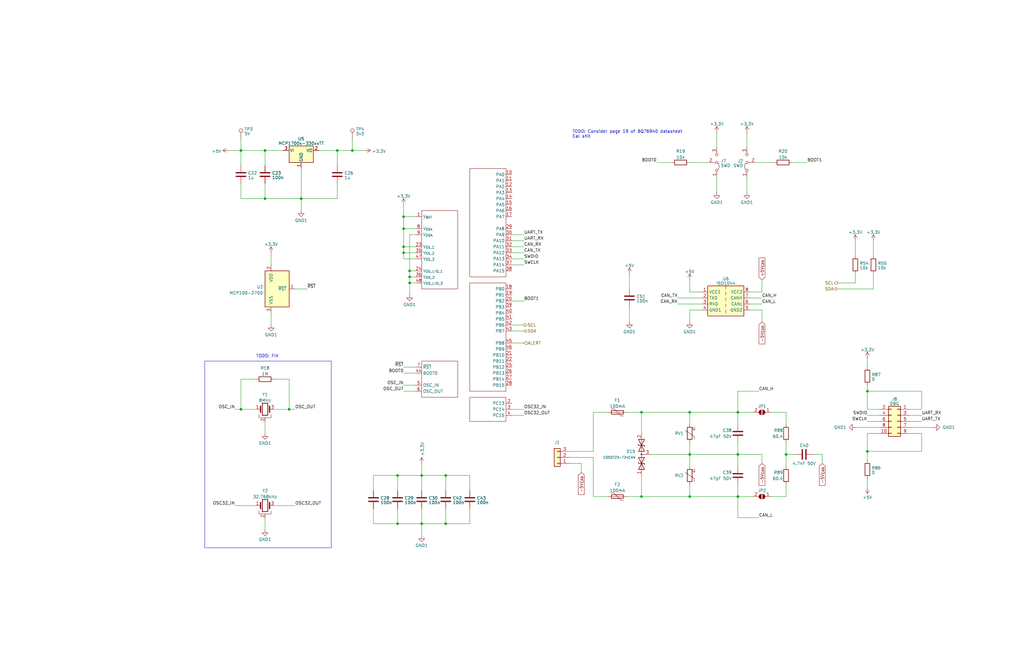
<source format=kicad_sch>
(kicad_sch (version 20230121) (generator eeschema)
  (paper "B")
  (lib_symbols
    (symbol "Connector:TestPoint" (pin_numbers hide) (pin_names (offset 0.762) hide)
      (property "Reference" "TP" (at 0 6.858 0))
      (property "Value" "TestPoint" (at 0 5.08 0))
      (symbol "TestPoint_1_1"
        (pin passive line (at 0 0 90) (length 2.54) (name "1") (number "1"))
      )
    )
    (symbol "Connector_Generic:Conn_01x03" (pin_names (offset 1.016) hide)
      (property "Reference" "J" (at 0 5.08 0))
      (property "Value" "Conn_01x03" (at 0 -5.08 0))
      (symbol "Conn_01x03_1_1"
        (pin passive line (at -5.08 2.54 0) (length 3.81) (name "Pin_1") (number "1"))
        (pin passive line (at -5.08 0 0) (length 3.81) (name "Pin_2") (number "2"))
        (pin passive line (at -5.08 -2.54 0) (length 3.81) (name "Pin_3") (number "3"))
      )
    )
    (symbol "Connector_Generic:Conn_02x05_Odd_Even" (pin_names (offset 1.016) hide)
      (property "Reference" "J" (at 1.27 7.62 0))
      (property "Value" "Conn_02x05_Odd_Even" (at 1.27 -7.62 0))
      (symbol "Conn_02x05_Odd_Even_1_1"
        (pin passive line (at -5.08 5.08 0) (length 3.81) (name "Pin_1") (number "1"))
        (pin passive line (at 7.62 -5.08 180) (length 3.81) (name "Pin_10") (number "10"))
        (pin passive line (at 7.62 5.08 180) (length 3.81) (name "Pin_2") (number "2"))
        (pin passive line (at -5.08 2.54 0) (length 3.81) (name "Pin_3") (number "3"))
        (pin passive line (at 7.62 2.54 180) (length 3.81) (name "Pin_4") (number "4"))
        (pin passive line (at -5.08 0 0) (length 3.81) (name "Pin_5") (number "5"))
        (pin passive line (at 7.62 0 180) (length 3.81) (name "Pin_6") (number "6"))
        (pin passive line (at -5.08 -2.54 0) (length 3.81) (name "Pin_7") (number "7"))
        (pin passive line (at 7.62 -2.54 180) (length 3.81) (name "Pin_8") (number "8"))
        (pin passive line (at -5.08 -5.08 0) (length 3.81) (name "Pin_9") (number "9"))
      )
    )
    (symbol "Device:C" (pin_numbers hide) (pin_names (offset 0.254))
      (property "Reference" "C" (at 0.635 2.54 0))
      (property "Value" "C" (at 0.635 -2.54 0))
      (symbol "C_1_1"
        (pin passive line (at 0 3.81 270) (length 2.794) (name "~") (number "1"))
        (pin passive line (at 0 -3.81 90) (length 2.794) (name "~") (number "2"))
      )
    )
    (symbol "Device:Crystal_GND2" (pin_names (offset 1.016) hide)
      (property "Reference" "Y" (at 0 5.715 0))
      (property "Value" "Crystal_GND2" (at 0 3.81 0))
      (symbol "Crystal_GND2_1_1"
        (pin passive line (at -3.81 0 0) (length 1.27) (name "1") (number "1"))
        (pin passive line (at 0 -5.08 90) (length 1.27) (name "2") (number "2"))
        (pin passive line (at 3.81 0 180) (length 1.27) (name "3") (number "3"))
      )
    )
    (symbol "Device:D_TVS_Dual_AAC" (pin_names (offset 1.016) hide)
      (property "Reference" "D" (at 0 4.445 0))
      (property "Value" "D_TVS_Dual_AAC" (at 0 2.54 0))
      (symbol "D_TVS_Dual_AAC_1_1"
        (pin passive line (at -8.89 0 0) (length 2.54) (name "A1") (number "1"))
        (pin passive line (at 8.89 0 180) (length 2.54) (name "A2") (number "2"))
        (pin input line (at 0 -3.81 90) (length 2.54) (name "common") (number "3"))
      )
    )
    (symbol "Device:Polyfuse" (pin_numbers hide) (pin_names (offset 0))
      (property "Reference" "F" (at -2.54 0 90))
      (property "Value" "Polyfuse" (at 2.54 0 90))
      (symbol "Polyfuse_1_1"
        (pin passive line (at 0 3.81 270) (length 1.27) (name "~") (number "1"))
        (pin passive line (at 0 -3.81 90) (length 1.27) (name "~") (number "2"))
      )
    )
    (symbol "Device:R" (pin_numbers hide) (pin_names (offset 0))
      (property "Reference" "R" (at 2.032 0 90))
      (property "Value" "R" (at 0 0 90))
      (symbol "R_1_1"
        (pin passive line (at 0 3.81 270) (length 1.27) (name "~") (number "1"))
        (pin passive line (at 0 -3.81 90) (length 1.27) (name "~") (number "2"))
      )
    )
    (symbol "Device:Varistor" (pin_numbers hide) (pin_names (offset 0))
      (property "Reference" "RV" (at 3.175 0 90))
      (property "Value" "Varistor" (at -3.175 0 90))
      (symbol "Varistor_0_0"
        (text "U" (at -1.778 -2.032 0) (effects (font (size 1.27 1.27))))
      )
      (symbol "Varistor_1_1"
        (pin passive line (at 0 3.81 270) (length 1.27) (name "~") (number "1"))
        (pin passive line (at 0 -3.81 90) (length 1.27) (name "~") (number "2"))
      )
    )
    (symbol "Jumper:Jumper_3_Bridged12" (pin_names (offset 0) hide)
      (property "Reference" "JP" (at -2.54 -2.54 0))
      (property "Value" "Jumper_3_Bridged12" (at 0 2.794 0))
      (symbol "Jumper_3_Bridged12_1_1"
        (pin passive line (at -6.35 0 0) (length 2.54) (name "A") (number "1"))
        (pin passive line (at 0 -3.81 90) (length 2.54) (name "C") (number "2"))
        (pin passive line (at 6.35 0 180) (length 2.54) (name "B") (number "3"))
      )
    )
    (symbol "Jumper:SolderJumper_2_Open" (pin_names (offset 0) hide)
      (property "Reference" "JP" (at 0 2.032 0))
      (property "Value" "SolderJumper_2_Open" (at 0 -2.54 0))
      (symbol "SolderJumper_2_Open_1_1"
        (pin passive line (at -3.81 0 0) (length 2.54) (name "A") (number "1"))
        (pin passive line (at 3.81 0 180) (length 2.54) (name "B") (number "2"))
      )
    )
    (symbol "Power_Supervisor:MCP100-270D" (pin_names (offset 1.016))
      (property "Reference" "U" (at 0 8.89 0))
      (property "Value" "MCP100-270D" (at -1.27 -8.89 0))
      (symbol "MCP100-270D_1_1"
        (pin output line (at 7.62 0 180) (length 2.54) (name "~{RST}") (number "1"))
        (pin power_in line (at -2.54 10.16 270) (length 2.54) (name "VDD") (number "2"))
        (pin power_in line (at -2.54 -10.16 90) (length 2.54) (name "VSS") (number "3"))
      )
    )
    (symbol "Regulator_Linear:MCP1700x-330xxTT" (pin_names (offset 0.254))
      (property "Reference" "U" (at -3.81 3.175 0))
      (property "Value" "MCP1700x-330xxTT" (at 0 3.175 0))
      (symbol "MCP1700x-330xxTT_1_1"
        (pin power_in line (at 0 -7.62 90) (length 2.54) (name "GND") (number "1"))
        (pin power_out line (at 7.62 0 180) (length 2.54) (name "VO") (number "2"))
        (pin power_in line (at -7.62 0 0) (length 2.54) (name "VI") (number "3"))
      )
    )
    (symbol "power:+3.3V" (power) (pin_names (offset 0))
      (property "Value" "+3.3V" (at 0 3.556 0))
      (symbol "+3.3V_1_1"
        (pin power_in line (at 0 0 90) (length 0) hide (name "+3.3V") (number "1"))
      )
    )
    (symbol "power:+5V" (power) (pin_names (offset 0))
      (property "Value" "+5V" (at 0 3.556 0))
      (symbol "+5V_1_1"
        (pin power_in line (at 0 0 90) (length 0) hide (name "+5V") (number "1"))
      )
    )
    (symbol "power:GND1" (power) (pin_names (offset 0))
      (property "Value" "GND1" (at 0 -3.81 0))
      (symbol "GND1_1_1"
        (pin power_in line (at 0 0 270) (length 0) hide (name "GND1") (number "1"))
      )
    )
    (symbol "qtech:CH32V203CxT6"
      (symbol "CH32V203CxT6_1_1"
        (pin input line (at 10.16 20.32 180) (length 2.54) (name "PA0") (number "10"))
        (pin input line (at 10.16 17.78 180) (length 2.54) (name "PA1") (number "11"))
        (pin input line (at 10.16 15.24 180) (length 2.54) (name "PA2") (number "12"))
        (pin input line (at 10.16 12.7 180) (length 2.54) (name "PA3") (number "13"))
        (pin input line (at 10.16 10.16 180) (length 2.54) (name "PA4") (number "14"))
        (pin input line (at 10.16 7.62 180) (length 2.54) (name "PA5") (number "15"))
        (pin input line (at 10.16 5.08 180) (length 2.54) (name "PA6") (number "16"))
        (pin input line (at 10.16 2.54 180) (length 2.54) (name "PA7") (number "17"))
        (pin input line (at 10.16 -2.54 180) (length 2.54) (name "PA8") (number "29"))
        (pin input line (at 10.16 -5.08 180) (length 2.54) (name "PA9") (number "30"))
        (pin input line (at 10.16 -7.62 180) (length 2.54) (name "PA10") (number "31"))
        (pin input line (at 10.16 -10.16 180) (length 2.54) (name "PA11") (number "32"))
        (pin input line (at 10.16 -12.7 180) (length 2.54) (name "PA12") (number "33"))
        (pin input line (at 10.16 -15.24 180) (length 2.54) (name "PA13") (number "34"))
        (pin input line (at 10.16 -17.78 180) (length 2.54) (name "PA14") (number "37"))
        (pin input line (at 10.16 -20.32 180) (length 2.54) (name "PA15") (number "38"))
      )
      (symbol "CH32V203CxT6_2_1"
        (pin input line (at 10.16 20.32 180) (length 2.54) (name "PB0") (number "18"))
        (pin input line (at 10.16 17.78 180) (length 2.54) (name "PB1") (number "19"))
        (pin input line (at 10.16 15.24 180) (length 2.54) (name "PB2") (number "20"))
        (pin input line (at 10.16 -7.62 180) (length 2.54) (name "PB10") (number "21"))
        (pin input line (at 10.16 -10.16 180) (length 2.54) (name "PB11") (number "22"))
        (pin input line (at 10.16 -12.7 180) (length 2.54) (name "PB12") (number "25"))
        (pin input line (at 10.16 -15.24 180) (length 2.54) (name "PB13") (number "26"))
        (pin input line (at 10.16 -17.78 180) (length 2.54) (name "PB14") (number "27"))
        (pin input line (at 10.16 -20.32 180) (length 2.54) (name "PB15") (number "28"))
        (pin input line (at 10.16 12.7 180) (length 2.54) (name "PB3") (number "39"))
        (pin input line (at 10.16 10.16 180) (length 2.54) (name "PB4") (number "40"))
        (pin input line (at 10.16 7.62 180) (length 2.54) (name "PB5") (number "41"))
        (pin input line (at 10.16 5.08 180) (length 2.54) (name "PB6") (number "42"))
        (pin input line (at 10.16 2.54 180) (length 2.54) (name "PB7") (number "43"))
        (pin input line (at 10.16 -2.54 180) (length 2.54) (name "PB8") (number "45"))
        (pin input line (at 10.16 -5.08 180) (length 2.54) (name "PB9") (number "46"))
      )
      (symbol "CH32V203CxT6_3_1"
        (pin input line (at 10.16 2.54 180) (length 2.54) (name "PC13") (number "2"))
        (pin input line (at 10.16 0 180) (length 2.54) (name "PC14") (number "3"))
        (pin input line (at 10.16 -2.54 180) (length 2.54) (name "PC15") (number "4"))
      )
      (symbol "CH32V203CxT6_4_1"
        (pin input line (at -10.16 2.54 0) (length 2.54) (name "BOOT0") (number "44"))
        (pin input line (at -10.16 -2.54 0) (length 2.54) (name "OSC_IN") (number "5"))
        (pin input line (at -10.16 -5.08 0) (length 2.54) (name "OSC_OUT") (number "6"))
        (pin input line (at -10.16 5.08 0) (length 2.54) (name "~{RST}") (number "7"))
      )
      (symbol "CH32V203CxT6_5_1"
        (pin input line (at -10.16 15.24 0) (length 2.54) (name "V_{BAT}") (number "1"))
        (pin input line (at -10.16 2.54 0) (length 2.54) (name "V_{SS_1}") (number "23"))
        (pin input line (at -10.16 -7.62 0) (length 2.54) (name "V_{DD_I/O_1}") (number "24"))
        (pin input line (at -10.16 0 0) (length 2.54) (name "V_{SS_2}") (number "35"))
        (pin input line (at -10.16 -10.16 0) (length 2.54) (name "V_{DD_2}") (number "36"))
        (pin input line (at -10.16 -2.54 0) (length 2.54) (name "V_{SS_3}") (number "47"))
        (pin input line (at -10.16 -12.7 0) (length 2.54) (name "V_{DD_I/O_3}") (number "48"))
        (pin input line (at -10.16 10.16 0) (length 2.54) (name "V_{SSA}") (number "8"))
        (pin input line (at -10.16 7.62 0) (length 2.54) (name "V_{DDA}") (number "9"))
      )
    )
    (symbol "qtech:ISO1044"
      (property "Reference" "U" (at -7.62 8.89 0))
      (property "Value" "ISO1044" (at -7.62 6.35 0))
      (symbol "ISO1044_1_1"
        (pin power_in line (at -10.16 2.54 0) (length 2.54) (name "VCC1") (number "1"))
        (pin input line (at -10.16 0 0) (length 2.54) (name "TXD") (number "2"))
        (pin output line (at -10.16 -2.54 0) (length 2.54) (name "RXD") (number "3"))
        (pin power_in line (at -10.16 -5.08 0) (length 2.54) (name "GND1") (number "4"))
        (pin power_in line (at 10.16 -5.08 180) (length 2.54) (name "GND2") (number "5"))
        (pin bidirectional line (at 10.16 -2.54 180) (length 2.54) (name "CANL") (number "6"))
        (pin bidirectional line (at 10.16 0 180) (length 2.54) (name "CANH") (number "7"))
        (pin power_in line (at 10.16 2.54 180) (length 2.54) (name "VCC2") (number "8"))
      )
    )
  )
  (junction (at 311.15 173.99))
  (junction (at 127 83.82))
  (junction (at 177.8 220.98))
  (junction (at 311.15 191.77))
  (junction (at 142.24 63.5))
  (junction (at 172.72 116.84))
  (junction (at 270.51 173.99))
  (junction (at 331.47 191.77))
  (junction (at 170.18 91.44))
  (junction (at 290.83 173.99))
  (junction (at 170.18 104.14))
  (junction (at 187.96 220.98))
  (junction (at 177.8 200.66))
  (junction (at 167.64 220.98))
  (junction (at 170.18 96.52))
  (junction (at 290.83 209.55))
  (junction (at 148.59 63.5))
  (junction (at 172.72 119.38))
  (junction (at 365.76 165.1))
  (junction (at 111.76 83.82))
  (junction (at 290.83 191.77))
  (junction (at 101.6 63.5))
  (junction (at 111.76 63.5))
  (junction (at 101.6 172.72))
  (junction (at 270.51 209.55))
  (junction (at 172.72 114.3))
  (junction (at 365.76 190.5))
  (junction (at 121.92 172.72))
  (junction (at 167.64 200.66))
  (junction (at 311.15 209.55))
  (junction (at 187.96 200.66))
  (junction (at 170.18 106.68))
  (wire (pts (xy 115.57 213.36) (xy 124.46 213.36)))
  (wire (pts (xy 270.51 209.55) (xy 290.83 209.55)))
  (wire (pts (xy 142.24 77.47) (xy 142.24 83.82)))
  (wire (pts (xy 331.47 173.99) (xy 325.12 173.99)))
  (wire (pts (xy 302.26 55.88) (xy 302.26 62.23)))
  (wire (pts (xy 383.54 177.8) (xy 388.62 177.8)))
  (wire (pts (xy 187.96 220.98) (xy 187.96 214.63)))
  (wire (pts (xy 295.91 128.27) (xy 285.75 128.27)))
  (wire (pts (xy 115.57 172.72) (xy 121.92 172.72)))
  (wire (pts (xy 250.19 173.99) (xy 256.54 173.99)))
  (wire (pts (xy 383.54 172.72) (xy 388.62 172.72)))
  (wire (pts (xy 365.76 182.88) (xy 365.76 190.5)))
  (wire (pts (xy 368.3 101.6) (xy 368.3 107.95)))
  (wire (pts (xy 295.91 125.73) (xy 285.75 125.73)))
  (wire (pts (xy 331.47 204.47) (xy 331.47 209.55)))
  (wire (pts (xy 311.15 204.47) (xy 311.15 209.55)))
  (wire (pts (xy 311.15 165.1) (xy 311.15 173.99)))
  (wire (pts (xy 198.12 220.98) (xy 198.12 214.63)))
  (wire (pts (xy 368.3 115.57) (xy 368.3 121.92)))
  (wire (pts (xy 172.72 119.38) (xy 172.72 116.84)))
  (wire (pts (xy 331.47 209.55) (xy 325.12 209.55)))
  (wire (pts (xy 250.19 209.55) (xy 256.54 209.55)))
  (wire (pts (xy 353.06 121.92) (xy 368.3 121.92)))
  (wire (pts (xy 311.15 173.99) (xy 317.5 173.99)))
  (wire (pts (xy 220.98 172.72) (xy 215.9 172.72)))
  (wire (pts (xy 170.18 165.1) (xy 175.26 165.1)))
  (wire (pts (xy 172.72 116.84) (xy 175.26 116.84)))
  (wire (pts (xy 290.83 68.58) (xy 298.45 68.58)))
  (wire (pts (xy 111.76 63.5) (xy 119.38 63.5)))
  (wire (pts (xy 365.76 151.13) (xy 365.76 154.94)))
  (wire (pts (xy 388.62 182.88) (xy 383.54 182.88)))
  (wire (pts (xy 340.36 68.58) (xy 334.01 68.58)))
  (wire (pts (xy 170.18 96.52) (xy 170.18 104.14)))
  (wire (pts (xy 321.31 123.19) (xy 316.23 123.19)))
  (wire (pts (xy 167.64 200.66) (xy 167.64 207.01)))
  (wire (pts (xy 331.47 191.77) (xy 335.28 191.77)))
  (wire (pts (xy 388.62 182.88) (xy 388.62 190.5)))
  (wire (pts (xy 167.64 214.63) (xy 167.64 220.98)))
  (wire (pts (xy 365.76 162.56) (xy 365.76 165.1)))
  (wire (pts (xy 388.62 165.1) (xy 388.62 172.72)))
  (wire (pts (xy 111.76 63.5) (xy 111.76 69.85)))
  (wire (pts (xy 198.12 200.66) (xy 187.96 200.66)))
  (wire (pts (xy 250.19 193.04) (xy 240.03 193.04)))
  (wire (pts (xy 331.47 186.69) (xy 331.47 191.77)))
  (wire (pts (xy 172.72 114.3) (xy 175.26 114.3)))
  (wire (pts (xy 170.18 157.48) (xy 175.26 157.48)))
  (wire (pts (xy 170.18 104.14) (xy 170.18 106.68)))
  (wire (pts (xy 311.15 209.55) (xy 317.5 209.55)))
  (wire (pts (xy 316.23 128.27) (xy 321.31 128.27)))
  (wire (pts (xy 157.48 214.63) (xy 157.48 220.98)))
  (wire (pts (xy 170.18 162.56) (xy 175.26 162.56)))
  (wire (pts (xy 265.43 115.57) (xy 265.43 121.92)))
  (wire (pts (xy 360.68 180.34) (xy 370.84 180.34)))
  (wire (pts (xy 311.15 173.99) (xy 311.15 179.07)))
  (wire (pts (xy 101.6 77.47) (xy 101.6 83.82)))
  (wire (pts (xy 172.72 99.06) (xy 175.26 99.06)))
  (wire (pts (xy 177.8 220.98) (xy 177.8 226.06)))
  (wire (pts (xy 245.11 199.39) (xy 245.11 195.58)))
  (wire (pts (xy 99.06 213.36) (xy 107.95 213.36)))
  (wire (pts (xy 114.3 106.68) (xy 114.3 111.76)))
  (wire (pts (xy 290.83 130.81) (xy 295.91 130.81)))
  (wire (pts (xy 187.96 220.98) (xy 198.12 220.98)))
  (wire (pts (xy 311.15 186.69) (xy 311.15 191.77)))
  (wire (pts (xy 101.6 172.72) (xy 107.95 172.72)))
  (wire (pts (xy 346.71 191.77) (xy 342.9 191.77)))
  (wire (pts (xy 215.9 137.16) (xy 220.98 137.16)))
  (wire (pts (xy 167.64 220.98) (xy 177.8 220.98)))
  (wire (pts (xy 172.72 119.38) (xy 172.72 124.46)))
  (wire (pts (xy 101.6 172.72) (xy 101.6 160.02)))
  (wire (pts (xy 250.19 193.04) (xy 250.19 209.55)))
  (wire (pts (xy 121.92 172.72) (xy 124.46 172.72)))
  (wire (pts (xy 290.83 135.89) (xy 290.83 130.81)))
  (wire (pts (xy 172.72 114.3) (xy 172.72 99.06)))
  (wire (pts (xy 167.64 200.66) (xy 177.8 200.66)))
  (wire (pts (xy 365.76 175.26) (xy 370.84 175.26)))
  (wire (pts (xy 177.8 214.63) (xy 177.8 220.98)))
  (wire (pts (xy 215.9 101.6) (xy 220.98 101.6)))
  (wire (pts (xy 314.96 62.23) (xy 314.96 55.88)))
  (wire (pts (xy 331.47 191.77) (xy 331.47 196.85)))
  (wire (pts (xy 321.31 118.11) (xy 321.31 123.19)))
  (wire (pts (xy 148.59 63.5) (xy 153.67 63.5)))
  (wire (pts (xy 111.76 77.47) (xy 111.76 83.82)))
  (wire (pts (xy 264.16 173.99) (xy 270.51 173.99)))
  (wire (pts (xy 157.48 200.66) (xy 157.48 207.01)))
  (wire (pts (xy 198.12 207.01) (xy 198.12 200.66)))
  (wire (pts (xy 383.54 175.26) (xy 388.62 175.26)))
  (wire (pts (xy 318.77 68.58) (xy 326.39 68.58)))
  (wire (pts (xy 290.83 191.77) (xy 274.32 191.77)))
  (wire (pts (xy 96.52 63.5) (xy 101.6 63.5)))
  (wire (pts (xy 331.47 179.07) (xy 331.47 173.99)))
  (wire (pts (xy 311.15 191.77) (xy 311.15 196.85)))
  (wire (pts (xy 220.98 127) (xy 215.9 127)))
  (wire (pts (xy 346.71 191.77) (xy 346.71 195.58)))
  (wire (pts (xy 311.15 191.77) (xy 321.31 191.77)))
  (wire (pts (xy 215.9 104.14) (xy 220.98 104.14)))
  (wire (pts (xy 365.76 190.5) (xy 365.76 194.31)))
  (wire (pts (xy 311.15 209.55) (xy 311.15 218.44)))
  (wire (pts (xy 101.6 63.5) (xy 101.6 69.85)))
  (wire (pts (xy 177.8 220.98) (xy 187.96 220.98)))
  (wire (pts (xy 365.76 165.1) (xy 365.76 172.72)))
  (wire (pts (xy 321.31 135.89) (xy 321.31 130.81)))
  (wire (pts (xy 142.24 63.5) (xy 148.59 63.5)))
  (wire (pts (xy 270.51 173.99) (xy 290.83 173.99)))
  (wire (pts (xy 290.83 191.77) (xy 311.15 191.77)))
  (wire (pts (xy 111.76 218.44) (xy 111.76 223.52)))
  (wire (pts (xy 215.9 111.76) (xy 220.98 111.76)))
  (wire (pts (xy 170.18 106.68) (xy 170.18 109.22)))
  (wire (pts (xy 311.15 218.44) (xy 320.04 218.44)))
  (wire (pts (xy 170.18 91.44) (xy 170.18 96.52)))
  (wire (pts (xy 383.54 180.34) (xy 393.7 180.34)))
  (wire (pts (xy 170.18 96.52) (xy 175.26 96.52)))
  (wire (pts (xy 240.03 190.5) (xy 250.19 190.5)))
  (wire (pts (xy 240.03 195.58) (xy 245.11 195.58)))
  (wire (pts (xy 220.98 175.26) (xy 215.9 175.26)))
  (wire (pts (xy 290.83 186.69) (xy 290.83 191.77)))
  (wire (pts (xy 290.83 209.55) (xy 311.15 209.55)))
  (wire (pts (xy 321.31 130.81) (xy 316.23 130.81)))
  (wire (pts (xy 99.06 172.72) (xy 101.6 172.72)))
  (wire (pts (xy 265.43 129.54) (xy 265.43 135.89)))
  (wire (pts (xy 365.76 165.1) (xy 388.62 165.1)))
  (wire (pts (xy 167.64 200.66) (xy 157.48 200.66)))
  (wire (pts (xy 365.76 182.88) (xy 370.84 182.88)))
  (wire (pts (xy 177.8 200.66) (xy 177.8 207.01)))
  (wire (pts (xy 270.51 200.66) (xy 270.51 209.55)))
  (wire (pts (xy 124.46 121.92) (xy 129.54 121.92)))
  (wire (pts (xy 187.96 207.01) (xy 187.96 200.66)))
  (wire (pts (xy 175.26 154.94) (xy 170.18 154.94)))
  (wire (pts (xy 101.6 63.5) (xy 111.76 63.5)))
  (wire (pts (xy 290.83 173.99) (xy 311.15 173.99)))
  (wire (pts (xy 360.68 115.57) (xy 360.68 119.38)))
  (wire (pts (xy 264.16 209.55) (xy 270.51 209.55)))
  (wire (pts (xy 290.83 123.19) (xy 295.91 123.19)))
  (wire (pts (xy 276.86 68.58) (xy 283.21 68.58)))
  (wire (pts (xy 290.83 191.77) (xy 290.83 196.85)))
  (wire (pts (xy 365.76 172.72) (xy 370.84 172.72)))
  (wire (pts (xy 142.24 63.5) (xy 142.24 69.85)))
  (wire (pts (xy 127 83.82) (xy 142.24 83.82)))
  (wire (pts (xy 215.9 139.7) (xy 220.98 139.7)))
  (wire (pts (xy 215.9 106.68) (xy 220.98 106.68)))
  (wire (pts (xy 115.57 160.02) (xy 121.92 160.02)))
  (wire (pts (xy 111.76 83.82) (xy 127 83.82)))
  (wire (pts (xy 170.18 106.68) (xy 175.26 106.68)))
  (wire (pts (xy 101.6 83.82) (xy 111.76 83.82)))
  (wire (pts (xy 148.59 58.42) (xy 148.59 63.5)))
  (wire (pts (xy 290.83 118.11) (xy 290.83 123.19)))
  (wire (pts (xy 170.18 109.22) (xy 175.26 109.22)))
  (wire (pts (xy 101.6 58.42) (xy 101.6 63.5)))
  (wire (pts (xy 215.9 109.22) (xy 220.98 109.22)))
  (wire (pts (xy 270.51 173.99) (xy 270.51 182.88)))
  (wire (pts (xy 365.76 190.5) (xy 388.62 190.5)))
  (wire (pts (xy 134.62 63.5) (xy 142.24 63.5)))
  (wire (pts (xy 172.72 116.84) (xy 172.72 114.3)))
  (wire (pts (xy 157.48 220.98) (xy 167.64 220.98)))
  (wire (pts (xy 250.19 190.5) (xy 250.19 173.99)))
  (wire (pts (xy 321.31 191.77) (xy 321.31 195.58)))
  (wire (pts (xy 316.23 125.73) (xy 321.31 125.73)))
  (wire (pts (xy 114.3 132.08) (xy 114.3 137.16)))
  (wire (pts (xy 121.92 160.02) (xy 121.92 172.72)))
  (wire (pts (xy 187.96 200.66) (xy 177.8 200.66)))
  (wire (pts (xy 311.15 165.1) (xy 320.04 165.1)))
  (wire (pts (xy 111.76 177.8) (xy 111.76 182.88)))
  (wire (pts (xy 365.76 201.93) (xy 365.76 205.74)))
  (wire (pts (xy 170.18 86.36) (xy 170.18 91.44)))
  (wire (pts (xy 302.26 74.93) (xy 302.26 81.28)))
  (wire (pts (xy 127 83.82) (xy 127 88.9)))
  (wire (pts (xy 215.9 144.78) (xy 220.98 144.78)))
  (wire (pts (xy 365.76 177.8) (xy 370.84 177.8)))
  (wire (pts (xy 290.83 204.47) (xy 290.83 209.55)))
  (wire (pts (xy 353.06 119.38) (xy 360.68 119.38)))
  (wire (pts (xy 101.6 160.02) (xy 107.95 160.02)))
  (wire (pts (xy 360.68 101.6) (xy 360.68 107.95)))
  (wire (pts (xy 314.96 74.93) (xy 314.96 81.28)))
  (wire (pts (xy 170.18 104.14) (xy 175.26 104.14)))
  (wire (pts (xy 170.18 91.44) (xy 175.26 91.44)))
  (wire (pts (xy 172.72 119.38) (xy 175.26 119.38)))
  (wire (pts (xy 215.9 99.06) (xy 220.98 99.06)))
  (wire (pts (xy 177.8 195.58) (xy 177.8 200.66)))
  (wire (pts (xy 290.83 173.99) (xy 290.83 179.07)))
  (wire (pts (xy 127 71.12) (xy 127 83.82)))
  (rectangle (start 86.36 152.4) (end 139.7 231.14))
  (text "TODO: FIX" (at 107.95 151.13 0) (effects (font (size 1.27 1.27)) (justify left bottom)))
  (text "TODO: Consider page 19 of BQ76940 datasheet\nCal shit" (at 241.3 58.42 0) (effects (font (size 1.27 1.27)) (justify left bottom)))
  (label "OSC32_IN" (at 99.06 213.36 180))
  (label "CAN_L" (at 320.04 218.44 0))
  (label "OSC32_OUT" (at 124.46 213.36 0))
  (label "UART_TX" (at 388.62 177.8 0))
  (label "OSC_IN" (at 170.18 162.56 180))
  (label "OSC_IN" (at 99.06 172.72 180))
  (label "SWDIO" (at 365.76 175.26 180))
  (label "CAN_H" (at 321.31 125.73 0))
  (label "SWCLK" (at 365.76 177.8 180))
  (label "OSC_OUT" (at 170.18 165.1 180))
  (label "CAN_RX" (at 285.75 128.27 180))
  (label "SWCLK" (at 220.98 111.76 0))
  (label "BOOT1" (at 220.98 127 0))
  (label "OSC32_OUT" (at 220.98 175.26 0))
  (label "~{RST}" (at 170.18 154.94 180))
  (label "UART_TX" (at 220.98 99.06 0))
  (label "~{RST}" (at 129.54 121.92 0))
  (label "CAN_H" (at 320.04 165.1 0))
  (label "UART_RX" (at 220.98 101.6 0))
  (label "BOOT1" (at 340.36 68.58 0))
  (label "BOOT0" (at 170.18 157.48 180))
  (label "SWDIO" (at 220.98 109.22 0))
  (label "BOOT0" (at 276.86 68.58 180))
  (label "OSC32_IN" (at 220.98 172.72 0))
  (label "CAN_TX" (at 285.75 125.73 180))
  (label "CAN_RX" (at 220.98 104.14 0))
  (label "UART_RX" (at 388.62 175.26 0))
  (label "OSC_OUT" (at 124.46 172.72 0))
  (label "CAN_TX" (at 220.98 106.68 0))
  (label "CAN_L" (at 321.31 128.27 0))
  (global_label "-5V_{CAN}" (shape input) (at 346.71 195.58 270) (property "Intersheetrefs" "${INTERSHEET_REFS}" (effects hide)))
  (global_label "+5V_{CAN}" (shape input) (at 321.31 118.11 90) (property "Intersheetrefs" "${INTERSHEET_REFS}" (effects hide)))
  (global_label "-5V_{CAN}" (shape input) (at 245.11 199.39 270) (property "Intersheetrefs" "${INTERSHEET_REFS}" (effects hide)))
  (global_label "-5V_{CAN}" (shape input) (at 321.31 135.89 270) (property "Intersheetrefs" "${INTERSHEET_REFS}" (effects hide)))
  (global_label "-5V_{CAN}" (shape input) (at 321.31 195.58 270) (property "Intersheetrefs" "${INTERSHEET_REFS}" (effects hide)))
  (hierarchical_label "SCL" (shape output) (at 220.98 137.16 0))
  (hierarchical_label "ALERT" (shape input) (at 220.98 144.78 0))
  (hierarchical_label "SCL" (shape output) (at 353.06 119.38 180))
  (hierarchical_label "SDA" (shape bidirectional) (at 353.06 121.92 180))
  (hierarchical_label "SDA" (shape bidirectional) (at 220.98 139.7 0))
  (symbol (lib_id "Device:R") (at 287.02 68.58 90) (unit 1)
    (property "Reference" "R19" (at 287.02 63.8642 90))
    (property "Value" "10k" (at 287.02 66.4011 90))
    (property "Footprint" "Resistor_SMD:R_0603_1608Metric" (effects hide))
    (property "Datasheet" "https://www.mouser.com/datasheet/2/219/RK73H-1825326.pdf" (effects hide))
    (property "Mouser" "https://www.mouser.com/ProductDetail/KOA-Speer/RK73H1JTTD1002F?qs=sGAEpiMZZMtlubZbdhIBINkEv%252BGnJSJCzf6arQIEEEA%3D" (effects hide))
    (property "Part Number" "RK73H1JTTD1002F" (effects hide))
    (property "Rating" "100mW" (effects hide))
  )
  (symbol (lib_id "qtech:CH32V203CxT6") (at 205.74 93.98 0) (unit 1)
    (property "Reference" "U3" (effects hide))
    (property "Value" "CH32V203CxT6" (effects hide))
    (property "Footprint" "Package_QFP:LQFP-48_7x7mm_P0.5mm" (effects hide))
    (property "Datasheet" "http://www.wch-ic.com/downloads/file/354.html" (effects hide))
    (property "Mouser" "-" (effects hide))
    (property "Part Number" "CH32V203C8T6" (effects hide))
  )
  (symbol (lib_id "power:GND1") (at 127 88.9 0) (unit 1)
    (property "Reference" "#PWR010" (effects hide))
    (property "Value" "GND1" (at 127 93.0355 0))
    (instances (project "bms" (path "" (reference "#PWR010") (unit 1)) (path "" (reference "#PWR020") (unit 1))))
  )
  (symbol (lib_id "Device:C") (at 265.43 125.73 0) (unit 1)
    (property "Reference" "C51" (at 268.351 125.0863 0) (effects (justify left)))
    (property "Value" "100n" (at 268.351 127.0073 0) (effects (justify left)))
    (property "Footprint" "Capacitor_SMD:C_0603_1608Metric" (effects hide))
    (property "Datasheet" "https://www.mouser.com/datasheet/2/40/X7RDielectric-2943470.pdf" (effects hide))
    (property "Mouser" "https://www.mouser.com/ProductDetail/KYOCERA-AVX/06035C104KAT2A?qs=sGAEpiMZZMs7ZEmUmaUL07F2qgI%252BUofJK2BrtL3gRPE%3D" (effects hide))
    (property "Part Number" "06035C104KAT2A" (effects hide))
    (property "Rating" "50V" (effects hide))
  )
  (symbol (lib_id "Connector:TestPoint") (at 148.59 58.42 0) (unit 1)
    (property "Reference" "TP4" (at 149.987 54.4743 0) (effects (justify left)))
    (property "Value" "3v3" (at 149.987 56.3953 0) (effects (justify left)))
    (property "Footprint" "TestPoint:TestPoint_Pad_D1.5mm" (effects hide))
  )
  (symbol (lib_id "power:GND1") (at 393.7 180.34 90) (unit 1)
    (property "Reference" "#PWR010" (effects hide))
    (property "Value" "GND1" (at 400.05 180.34 90))
    (instances (project "bms" (path "" (reference "#PWR010") (unit 1)) (path "" (reference "#PWR051") (unit 1))))
  )
  (symbol (lib_id "Device:R") (at 368.3 111.76 180) (unit 1)
    (property "Reference" "R55" (at 370.078 111.1163 0) (effects (justify right)))
    (property "Value" "10k" (at 370.078 113.0373 0) (effects (justify right)))
    (property "Footprint" "Resistor_SMD:R_0603_1608Metric" (effects hide))
    (property "Datasheet" "https://www.mouser.com/datasheet/2/219/RK73H-1825326.pdf" (effects hide))
    (property "Mouser" "https://www.mouser.com/ProductDetail/KOA-Speer/RK73H1JTTD1002F?qs=sGAEpiMZZMtlubZbdhIBINkEv%252BGnJSJCzf6arQIEEEA%3D" (effects hide))
    (property "Part Number" "RK73H1JTTD1002F" (effects hide))
    (property "Rating" "100mW" (effects hide))
  )
  (symbol (lib_id "Device:C") (at 167.64 210.82 0) (unit 1)
    (property "Reference" "C29" (at 170.561 210.1763 0) (effects (justify left)))
    (property "Value" "100n" (at 170.561 212.0973 0) (effects (justify left)))
    (property "Footprint" "Capacitor_SMD:C_0603_1608Metric" (effects hide))
    (property "Datasheet" "https://www.mouser.com/datasheet/2/40/X7RDielectric-2943470.pdf" (effects hide))
    (property "Mouser" "https://www.mouser.com/ProductDetail/KYOCERA-AVX/06035C104KAT2A?qs=sGAEpiMZZMs7ZEmUmaUL07F2qgI%252BUofJK2BrtL3gRPE%3D" (effects hide))
    (property "Part Number" "06035C104KAT2A" (effects hide))
    (property "Rating" "50V" (effects hide))
  )
  (symbol (lib_id "qtech:CH32V203CxT6") (at 205.74 142.24 0) (unit 2)
    (property "Reference" "U3" (effects hide))
    (property "Value" "CH32V203CxT6" (effects hide))
    (property "Footprint" "Package_QFP:LQFP-48_7x7mm_P0.5mm" (effects hide))
    (property "Datasheet" "http://www.wch-ic.com/downloads/file/354.html" (effects hide))
    (property "Mouser" "-" (effects hide))
    (property "Part Number" "CH32V203C8T6" (effects hide))
  )
  (symbol (lib_id "Regulator_Linear:MCP1700x-330xxTT") (at 127 63.5 0) (unit 1)
    (property "Reference" "U5" (at 127 58.5851 0))
    (property "Value" "MCP1700x-330xxTT" (at 127 60.5061 0))
    (property "Footprint" "Package_TO_SOT_SMD:SOT-23" (effects hide))
    (property "Datasheet" "http://ww1.microchip.com/downloads/en/DeviceDoc/20001826D.pdf" (effects hide))
    (property "Mouser" "https://www.mouser.com/ProductDetail/Microchip-Technology/MCP1700T-3302E-TT?qs=fM4xO01eazPmCNDrdHEdaw%3D%3D" (effects hide))
    (property "Part Number" "MCP1700T-3302E/TT " (effects hide))
  )
  (symbol (lib_id "power:GND1") (at 302.26 81.28 0) (unit 1)
    (property "Reference" "#PWR010" (effects hide))
    (property "Value" "GND1" (at 302.26 85.4155 0))
    (instances (project "bms" (path "" (reference "#PWR010") (unit 1)) (path "" (reference "#PWR022") (unit 1))))
  )
  (symbol (lib_id "qtech:CH32V203CxT6") (at 185.42 106.68 0) (unit 5)
    (property "Reference" "U3" (effects hide))
    (property "Value" "CH32V203CxT6" (effects hide))
    (property "Footprint" "Package_QFP:LQFP-48_7x7mm_P0.5mm" (effects hide))
    (property "Datasheet" "http://www.wch-ic.com/downloads/file/354.html" (effects hide))
    (property "Mouser" "-" (effects hide))
    (property "Part Number" "CH32V203C8T6" (effects hide))
  )
  (symbol (lib_id "Jumper:SolderJumper_2_Open") (at 321.31 173.99 0) (mirror y) (unit 1) (in_bom no)
    (property "Reference" "JP1" (at 321.31 171.45 0))
    (property "Value" "SolderJumper_2_Open" (effects hide))
    (property "Footprint" "Jumper:SolderJumper-2_P1.3mm_Open_RoundedPad1.0x1.5mm" (effects hide))
    (instances (project "bms" (path "" (reference "JP1") (unit 1))) (project "bcu" (path "" (reference "JP?") (unit 1)) (path "" (reference "JP3") (unit 1))))
  )
  (symbol (lib_id "Device:C") (at 142.24 73.66 0) (unit 1)
    (property "Reference" "C26" (at 145.161 73.0163 0) (effects (justify left)))
    (property "Value" "1u" (at 145.161 74.9373 0) (effects (justify left)))
    (property "Footprint" "Capacitor_SMD:C_0603_1608Metric" (effects hide))
    (property "Datasheet" "https://www.mouser.com/datasheet/2/585/MLCC-1837944.pdf" (effects hide))
    (property "Mouser" "https://www.mouser.com/ProductDetail/Samsung-Electro-Mechanics/CL10B105KA8NNND?qs=sGAEpiMZZMs7ZEmUmaUL03JOSOi7G3a3Pbmf%252BVZ%2FyZWWNareYBTNVg%3D%3D" (effects hide))
    (property "Part Number" "CL10B105KA8NNND" (effects hide))
    (property "Rating" "25V" (effects hide))
  )
  (symbol (lib_id "Device:C") (at 311.15 182.88 0) (mirror y) (unit 1)
    (property "Reference" "C38" (at 308.61 181.61 0) (effects (justify left)))
    (property "Value" "47pF 50V" (at 308.61 184.15 0) (effects (justify left)))
    (property "Footprint" "Capacitor_SMD:C_0402_1005Metric" (effects hide))
    (property "Datasheet" "https://www.mouser.com/datasheet/2/281/1/GRT1555C1H470JA02_01A-3157872.pdf" (effects hide))
    (property "Mouser" "https://www.mouser.com/ProductDetail/Murata-Electronics/GRT1555C1H470JA02D?qs=qkDYIeTQ%252BEmwVxkhIB%2FZ%2Fg%3D%3D" (effects hide))
    (property "Part Number" "GRT1555C1H470JA02D" (effects hide))
    (instances (project "bms" (path "" (reference "C38") (unit 1))) (project "bcu" (path "" (reference "C?") (unit 1)) (path "" (reference "C21") (unit 1))))
  )
  (symbol (lib_id "Connector_Generic:Conn_02x05_Odd_Even") (at 378.46 177.8 0) (mirror y) (unit 1)
    (property "Reference" "J8" (at 377.19 168.4401 0))
    (property "Value" "DBG" (at 377.19 170.3611 0))
    (property "Footprint" "Connector_PinSocket_2.54mm:PinSocket_2x05_P2.54mm_Vertical" (effects hide))
  )
  (symbol (lib_id "Connector_Generic:Conn_01x03") (at 234.95 193.04 180) (unit 1)
    (property "Reference" "J1" (at 234.95 186.69 0))
    (property "Value" "Conn_01x03" (effects hide))
    (property "Footprint" "Connector_JST:JST_XA_S02B-XASK-1_1x02_P2.50mm_Horizontal" (effects hide))
    (instances (project "bms" (path "" (reference "J1") (unit 1))) (project "bcu" (path "" (reference "J3") (unit 1))))
  )
  (symbol (lib_id "power:+5V") (at 265.43 115.57 0) (unit 1)
    (property "Reference" "#PWR01" (effects hide))
    (property "Value" "+5V" (at 265.43 112.0681 0))
    (instances (project "bms" (path "" (reference "#PWR01") (unit 1)) (path "" (reference "#PWR040") (unit 1))))
  )
  (symbol (lib_id "qtech:CH32V203CxT6") (at 185.42 160.02 0) (unit 4)
    (property "Reference" "U3" (effects hide))
    (property "Value" "CH32V203CxT6" (effects hide))
    (property "Footprint" "Package_QFP:LQFP-48_7x7mm_P0.5mm" (effects hide))
    (property "Datasheet" "http://www.wch-ic.com/downloads/file/354.html" (effects hide))
    (property "Mouser" "-" (effects hide))
    (property "Part Number" "CH32V203C8T6" (effects hide))
  )
  (symbol (lib_id "power:+3.3V") (at 177.8 195.58 0) (unit 1)
    (property "Reference" "#PWR036" (effects hide))
    (property "Value" "+3.3V" (at 178.1168 192.405 90) (effects (justify left)))
  )
  (symbol (lib_id "power:GND1") (at 177.8 226.06 0) (unit 1)
    (property "Reference" "#PWR010" (effects hide))
    (property "Value" "GND1" (at 177.8 230.1955 0))
    (instances (project "bms" (path "" (reference "#PWR010") (unit 1)) (path "" (reference "#PWR015") (unit 1))))
  )
  (symbol (lib_id "Device:R") (at 331.47 200.66 0) (mirror y) (unit 1)
    (property "Reference" "R89" (at 330.2 199.39 0) (effects (justify left)))
    (property "Value" "60.4" (at 330.2 201.93 0) (effects (justify left)))
    (property "Footprint" "Resistor_SMD:R_0603_1608Metric" (effects hide))
    (property "Datasheet" "https://www.vishay.com/doc?20035" (effects hide))
    (property "Mouser" "https://www.mouser.com/ProductDetail/Vishay-Dale/CRCW060360R4FKEA?qs=6fyMJ9%2FiJ9KMVX8MBWVfDg%3D%3D" (effects hide))
    (property "Part Number" "CRCW060360R4FKEA" (effects hide))
    (instances (project "bms" (path "" (reference "R89") (unit 1))) (project "bcu" (path "" (reference "R?") (unit 1)) (path "" (reference "R9") (unit 1))))
  )
  (symbol (lib_id "power:+3.3V") (at 153.67 63.5 270) (unit 1)
    (property "Reference" "#PWR030" (effects hide))
    (property "Value" "+3.3V" (at 156.845 63.8168 90) (effects (justify left)))
  )
  (symbol (lib_id "power:+5V") (at 96.52 63.5 90) (unit 1)
    (property "Reference" "#PWR01" (effects hide))
    (property "Value" "+5V" (at 93.3451 63.8168 90) (effects (justify left)))
    (instances (project "bms" (path "" (reference "#PWR01") (unit 1)) (path "" (reference "#PWR031") (unit 1))))
  )
  (symbol (lib_id "power:GND1") (at 314.96 81.28 0) (unit 1)
    (property "Reference" "#PWR010" (effects hide))
    (property "Value" "GND1" (at 314.96 85.4155 0))
    (instances (project "bms" (path "" (reference "#PWR010") (unit 1)) (path "" (reference "#PWR024") (unit 1))))
  )
  (symbol (lib_id "Device:R") (at 360.68 111.76 180) (unit 1)
    (property "Reference" "R54" (at 362.458 111.1163 0) (effects (justify right)))
    (property "Value" "10k" (at 362.458 113.0373 0) (effects (justify right)))
    (property "Footprint" "Resistor_SMD:R_0603_1608Metric" (effects hide))
    (property "Datasheet" "https://www.mouser.com/datasheet/2/219/RK73H-1825326.pdf" (effects hide))
    (property "Mouser" "https://www.mouser.com/ProductDetail/KOA-Speer/RK73H1JTTD1002F?qs=sGAEpiMZZMtlubZbdhIBINkEv%252BGnJSJCzf6arQIEEEA%3D" (effects hide))
    (property "Part Number" "RK73H1JTTD1002F" (effects hide))
    (property "Rating" "100mW" (effects hide))
  )
  (symbol (lib_id "Jumper:Jumper_3_Bridged12") (at 302.26 68.58 270) (mirror x) (unit 1)
    (property "Reference" "J7" (at 303.8861 67.9363 90) (effects (justify left)))
    (property "Value" "SWD" (at 303.8861 69.8573 90) (effects (justify left)))
    (property "Footprint" "Jumper:SolderJumper-3_P1.3mm_Bridged12_RoundedPad1.0x1.5mm" (effects hide))
  )
  (symbol (lib_id "power:GND1") (at 114.3 137.16 0) (unit 1)
    (property "Reference" "#PWR010" (effects hide))
    (property "Value" "GND1" (at 114.3 141.2955 0))
    (instances (project "bms" (path "" (reference "#PWR010") (unit 1)) (path "" (reference "#PWR037") (unit 1))))
  )
  (symbol (lib_id "Device:Crystal_GND2") (at 111.76 172.72 0) (unit 1)
    (property "Reference" "Y1" (at 111.76 166.4548 0))
    (property "Value" "8MHz" (at 111.76 168.9917 0))
    (property "Footprint" "Crystal:Resonator_SMD_Murata_CSTxExxV-3Pin_3.0x1.1mm" (effects hide))
    (property "Datasheet" "https://www.mouser.com/datasheet/2/122/ECS_2520MVLC-1903379.pdf" (effects hide))
    (property "Mouser" "https://www.mouser.com/ProductDetail/ECS/ECS-2520MVLC-080-BP-TR?qs=vvQtp7zwQdOZufp%2FvZIBtw%3D%3D" (effects hide))
    (property "Part Number" "ECS-2520MVLC-080-BP-TR" (effects hide))
    (property "Rating" "10-20pF" (effects hide))
  )
  (symbol (lib_id "power:+3.3V") (at 302.26 55.88 0) (unit 1)
    (property "Reference" "#PWR021" (effects hide))
    (property "Value" "+3.3V" (at 302.26 52.3042 0))
  )
  (symbol (lib_id "power:GND1") (at 111.76 223.52 0) (unit 1)
    (property "Reference" "#PWR010" (effects hide))
    (property "Value" "GND1" (at 111.76 227.6555 0))
    (instances (project "bms" (path "" (reference "#PWR010") (unit 1)) (path "" (reference "#PWR016") (unit 1))))
  )
  (symbol (lib_id "Device:C") (at 101.6 73.66 0) (unit 1)
    (property "Reference" "C22" (at 104.521 73.0163 0) (effects (justify left)))
    (property "Value" "1u" (at 104.521 74.9373 0) (effects (justify left)))
    (property "Footprint" "Capacitor_SMD:C_0603_1608Metric" (effects hide))
    (property "Datasheet" "https://www.mouser.com/datasheet/2/585/MLCC-1837944.pdf" (effects hide))
    (property "Mouser" "https://www.mouser.com/ProductDetail/Samsung-Electro-Mechanics/CL10B105KA8NNND?qs=sGAEpiMZZMs7ZEmUmaUL03JOSOi7G3a3Pbmf%252BVZ%2FyZWWNareYBTNVg%3D%3D" (effects hide))
    (property "Part Number" "CL10B105KA8NNND" (effects hide))
    (property "Rating" "25V" (effects hide))
  )
  (symbol (lib_id "power:GND1") (at 172.72 124.46 0) (unit 1)
    (property "Reference" "#PWR010" (effects hide))
    (property "Value" "GND1" (at 172.72 128.5955 0))
    (instances (project "bms" (path "" (reference "#PWR010") (unit 1)) (path "" (reference "#PWR035") (unit 1))))
  )
  (symbol (lib_id "power:GND1") (at 111.76 182.88 0) (unit 1)
    (property "Reference" "#PWR010" (effects hide))
    (property "Value" "GND1" (at 111.76 187.0155 0))
    (instances (project "bms" (path "" (reference "#PWR010") (unit 1)) (path "" (reference "#PWR018") (unit 1))))
  )
  (symbol (lib_id "Device:C") (at 339.09 191.77 90) (mirror x) (unit 1)
    (property "Reference" "C40" (at 339.09 187.96 90))
    (property "Value" "4.7nF 50V" (at 339.09 195.58 90))
    (property "Footprint" "Capacitor_SMD:C_0402_1005Metric" (effects hide))
    (property "Datasheet" "https://www.mouser.com/datasheet/2/281/1/GCM155R72A472KA37_01A-3142478.pdf" (effects hide))
    (property "Mouser" "https://www.mouser.com/ProductDetail/Murata-Electronics/GCM155R72A472KA37D?qs=aEuGZpxfbxUdOQVE8GeD2Q%3D%3D" (effects hide))
    (property "Part Number" "GCM155R72A472KA37D" (effects hide))
    (instances (project "bms" (path "" (reference "C40") (unit 1))) (project "bcu" (path "" (reference "C?") (unit 1)) (path "" (reference "C24") (unit 1))))
  )
  (symbol (lib_id "Device:C") (at 198.12 210.82 0) (unit 1)
    (property "Reference" "C43" (at 201.041 210.1763 0) (effects (justify left)))
    (property "Value" "100n" (at 201.041 212.0973 0) (effects (justify left)))
    (property "Footprint" "Capacitor_SMD:C_0603_1608Metric" (effects hide))
    (property "Datasheet" "https://www.mouser.com/datasheet/2/40/X7RDielectric-2943470.pdf" (effects hide))
    (property "Mouser" "https://www.mouser.com/ProductDetail/KYOCERA-AVX/06035C104KAT2A?qs=sGAEpiMZZMs7ZEmUmaUL07F2qgI%252BUofJK2BrtL3gRPE%3D" (effects hide))
    (property "Part Number" "06035C104KAT2A" (effects hide))
    (property "Rating" "50V" (effects hide))
  )
  (symbol (lib_id "Device:Crystal_GND2") (at 111.76 213.36 0) (unit 1)
    (property "Reference" "Y2" (at 111.76 207.0948 0))
    (property "Value" "32.768kHz" (at 111.76 209.6317 0))
    (property "Footprint" "Crystal:Resonator_SMD_Murata_CSTxExxV-3Pin_3.0x1.1mm" (effects hide))
    (property "Datasheet" "https://www.mouser.com/datasheet/2/122/ECS-327ATQMV-1369911.pdf" (effects hide))
    (property "Mouser" "https://www.mouser.com/ProductDetail/ECS/ECS-327ATQMV-AS-TR?qs=MLItCLRbWswfpblSDJ1g4A%3D%3D" (effects hide))
    (property "Part Number" "ECS-327ATQMV-AS-TR" (effects hide))
    (property "Rating" "10-20pF" (effects hide))
  )
  (symbol (lib_id "power:+5V") (at 290.83 118.11 0) (unit 1)
    (property "Reference" "#PWR01" (effects hide))
    (property "Value" "+5V" (at 290.83 114.6081 0))
    (instances (project "bms" (path "" (reference "#PWR01") (unit 1)) (path "" (reference "#PWR042") (unit 1))))
  )
  (symbol (lib_id "power:+3.3V") (at 170.18 86.36 0) (unit 1)
    (property "Reference" "#PWR019" (effects hide))
    (property "Value" "+3.3V" (at 170.18 82.7842 0))
  )
  (symbol (lib_id "Device:Polyfuse") (at 260.35 209.55 270) (mirror x) (unit 1)
    (property "Reference" "F2" (at 260.35 204.47 90))
    (property "Value" "100mA" (at 260.35 207.01 90))
    (property "Footprint" "Fuse:Fuse_1206_3216Metric" (effects hide))
    (property "Datasheet" "https://www.mouser.com/datasheet/2/643/ds_CP_0ZTJ_series-1960408.pdf" (effects hide))
    (property "Mouser" "https://www.mouser.com/ProductDetail/Bel-Fuse/0ZTJ0010FF2E?qs=sPbYRqrBIVloRUc9cuHcrQ%3D%3D" (effects hide))
    (property "Part Number" "0ZTJ0010FF2E" (effects hide))
    (instances (project "bms" (path "" (reference "F2") (unit 1))) (project "bcu" (path "" (reference "F6") (unit 1))))
  )
  (symbol (lib_id "power:+3.3V") (at 114.3 106.68 0) (unit 1)
    (property "Reference" "#PWR017" (effects hide))
    (property "Value" "+3.3V" (at 114.3 103.1042 0))
  )
  (symbol (lib_id "qtech:ISO1044") (at 306.07 125.73 0) (unit 1)
    (property "Reference" "U6" (at 306.07 117.6401 0))
    (property "Value" "ISO1044" (at 306.07 119.5611 0))
    (property "Footprint" "Package_SO:SOIC-8_3.9x4.9mm_P1.27mm" (effects hide))
    (property "Datasheet" "https://www.ti.com/lit/ds/symlink/iso1044.pdf" (effects hide))
    (property "Mouser" "https://www.mouser.com/ProductDetail/Texas-Instruments/ISO1044BD?qs=W%2FMpXkg%252BdQ6CUu0TGf8UTA%3D%3D" (effects hide))
    (property "Part Number" "ISO1044BD" (effects hide))
  )
  (symbol (lib_id "power:+3.3V") (at 314.96 55.88 0) (unit 1)
    (property "Reference" "#PWR023" (effects hide))
    (property "Value" "+3.3V" (at 314.96 52.3042 0))
  )
  (symbol (lib_id "power:+3.3V") (at 360.68 101.6 0) (unit 1)
    (property "Reference" "#PWR026" (effects hide))
    (property "Value" "+3.3V" (at 360.68 98.0242 0))
  )
  (symbol (lib_id "Device:R") (at 330.2 68.58 270) (unit 1)
    (property "Reference" "R20" (at 330.2 63.8642 90))
    (property "Value" "10k" (at 330.2 66.4011 90))
    (property "Footprint" "Resistor_SMD:R_0603_1608Metric" (effects hide))
    (property "Datasheet" "https://www.mouser.com/datasheet/2/219/RK73H-1825326.pdf" (effects hide))
    (property "Mouser" "https://www.mouser.com/ProductDetail/KOA-Speer/RK73H1JTTD1002F?qs=sGAEpiMZZMtlubZbdhIBINkEv%252BGnJSJCzf6arQIEEEA%3D" (effects hide))
    (property "Part Number" "RK73H1JTTD1002F" (effects hide))
    (property "Rating" "100mW" (effects hide))
  )
  (symbol (lib_id "Device:R") (at 111.76 160.02 90) (unit 1)
    (property "Reference" "R18" (at 111.76 155.3042 90))
    (property "Value" "1M" (at 111.76 157.8411 90))
    (property "Footprint" "Resistor_SMD:R_0603_1608Metric" (effects hide))
    (property "Datasheet" "https://www.vishay.com/doc?20035" (effects hide))
    (property "Mouser" "https://www.mouser.com/ProductDetail/Vishay-Dale/CRCW06031M00FKEA?qs=sGAEpiMZZMtlubZbdhIBINAwJem6vh9w8DCnGL5o80g%3D" (effects hide))
    (property "Part Number" "CRCW06031M00FKEA" (effects hide))
    (property "Rating" "100mW" (effects hide))
  )
  (symbol (lib_id "power:GND1") (at 360.68 180.34 270) (unit 1)
    (property "Reference" "#PWR010" (effects hide))
    (property "Value" "GND1" (at 354.33 180.34 90))
    (instances (project "bms" (path "" (reference "#PWR010") (unit 1)) (path "" (reference "#PWR052") (unit 1))))
  )
  (symbol (lib_id "Device:Varistor") (at 290.83 182.88 180) (unit 1)
    (property "Reference" "RV1" (at 288.29 182.88 0) (effects (justify left)))
    (property "Value" "Varistor" (effects hide))
    (property "Footprint" "Resistor_SMD:R_1206_3216Metric" (effects hide))
    (property "Datasheet" "https://www.mouser.com/datasheet/2/54/avht_series-1773099.pdf" (effects hide))
    (property "Sim.Name" "kicad_builtin_varistor" (effects hide))
    (property "Sim.Device" "SUBCKT" (effects hide))
    (property "Sim.Pins" "1=A 2=B" (effects hide))
    (property "Sim.Params" "threshold=1k" (effects hide))
    (property "Sim.Library" "${KICAD7_SYMBOL_DIR}/Simulation_SPICE.sp" (effects hide))
    (property "Mouser" "https://www.mouser.com/ProductDetail/Bourns/AV14K1206201NIR1HT?qs=OlC7AqGiEDmYsye0rS80kA%3D%3D" (effects hide))
    (property "Part Number" "AV14K1206201NIR1HT" (effects hide))
  )
  (symbol (lib_id "Connector:TestPoint") (at 101.6 58.42 0) (unit 1)
    (property "Reference" "TP3" (at 102.997 54.4743 0) (effects (justify left)))
    (property "Value" "5V" (at 102.997 56.3953 0) (effects (justify left)))
    (property "Footprint" "TestPoint:TestPoint_Pad_D1.5mm" (effects hide))
  )
  (symbol (lib_id "Device:C") (at 111.76 73.66 0) (unit 1)
    (property "Reference" "C23" (at 114.681 73.0163 0) (effects (justify left)))
    (property "Value" "100n" (at 114.681 74.9373 0) (effects (justify left)))
    (property "Footprint" "Capacitor_SMD:C_0603_1608Metric" (effects hide))
    (property "Datasheet" "https://www.mouser.com/datasheet/2/40/X7RDielectric-2943470.pdf" (effects hide))
    (property "Mouser" "https://www.mouser.com/ProductDetail/KYOCERA-AVX/06035C104KAT2A?qs=sGAEpiMZZMs7ZEmUmaUL07F2qgI%252BUofJK2BrtL3gRPE%3D" (effects hide))
    (property "Part Number" "06035C104KAT2A" (effects hide))
    (property "Rating" "50V" (effects hide))
  )
  (symbol (lib_id "power:GND1") (at 290.83 135.89 0) (unit 1)
    (property "Reference" "#PWR010" (effects hide))
    (property "Value" "GND1" (at 290.83 140.0255 0))
    (instances (project "bms" (path "" (reference "#PWR010") (unit 1)) (path "" (reference "#PWR041") (unit 1))))
  )
  (symbol (lib_id "Device:R") (at 365.76 198.12 180) (unit 1)
    (property "Reference" "R86" (at 367.538 197.4763 0) (effects (justify right)))
    (property "Value" "0" (at 367.538 199.3973 0) (effects (justify right)))
    (property "Footprint" "Resistor_SMD:R_0201_0603Metric" (effects hide))
  )
  (symbol (lib_id "Jumper:SolderJumper_2_Open") (at 321.31 209.55 0) (mirror y) (unit 1) (in_bom no)
    (property "Reference" "JP2" (at 321.31 207.01 0))
    (property "Value" "SolderJumper_2_Open" (effects hide))
    (property "Footprint" "Jumper:SolderJumper-2_P1.3mm_Open_RoundedPad1.0x1.5mm" (effects hide))
    (instances (project "bms" (path "" (reference "JP2") (unit 1))) (project "bcu" (path "" (reference "JP?") (unit 1)) (path "" (reference "JP4") (unit 1))))
  )
  (symbol (lib_id "power:+3.3V") (at 365.76 151.13 0) (unit 1)
    (property "Reference" "#PWR049" (effects hide))
    (property "Value" "+3.3V" (at 365.76 147.6281 0))
  )
  (symbol (lib_id "Device:R") (at 365.76 158.75 180) (unit 1)
    (property "Reference" "R87" (at 367.538 158.1063 0) (effects (justify right)))
    (property "Value" "0" (at 367.538 160.0273 0) (effects (justify right)))
    (property "Footprint" "Resistor_SMD:R_0201_0603Metric" (effects hide))
  )
  (symbol (lib_id "qtech:CH32V203CxT6") (at 205.74 172.72 0) (unit 3)
    (property "Reference" "U3" (effects hide))
    (property "Value" "CH32V203CxT6" (effects hide))
    (property "Footprint" "Package_QFP:LQFP-48_7x7mm_P0.5mm" (effects hide))
    (property "Datasheet" "http://www.wch-ic.com/downloads/file/354.html" (effects hide))
    (property "Mouser" "-" (effects hide))
    (property "Part Number" "CH32V203C8T6" (effects hide))
  )
  (symbol (lib_id "Device:R") (at 331.47 182.88 0) (mirror y) (unit 1)
    (property "Reference" "R88" (at 330.2 181.61 0) (effects (justify left)))
    (property "Value" "60.4" (at 330.2 184.15 0) (effects (justify left)))
    (property "Footprint" "Resistor_SMD:R_0603_1608Metric" (effects hide))
    (property "Datasheet" "https://www.vishay.com/doc?20035" (effects hide))
    (property "Mouser" "https://www.mouser.com/ProductDetail/Vishay-Dale/CRCW060360R4FKEA?qs=6fyMJ9%2FiJ9KMVX8MBWVfDg%3D%3D" (effects hide))
    (property "Part Number" "CRCW060360R4FKEA" (effects hide))
    (instances (project "bms" (path "" (reference "R88") (unit 1))) (project "bcu" (path "" (reference "R?") (unit 1)) (path "" (reference "R8") (unit 1))))
  )
  (symbol (lib_id "power:+5V") (at 365.76 205.74 180) (unit 1)
    (property "Reference" "#PWR01" (effects hide))
    (property "Value" "+5V" (at 365.76 209.8755 0))
    (instances (project "bms" (path "" (reference "#PWR01") (unit 1)) (path "" (reference "#PWR047") (unit 1))))
  )
  (symbol (lib_id "Device:C") (at 157.48 210.82 0) (unit 1)
    (property "Reference" "C28" (at 160.401 210.1763 0) (effects (justify left)))
    (property "Value" "100n" (at 160.401 212.0973 0) (effects (justify left)))
    (property "Footprint" "Capacitor_SMD:C_0603_1608Metric" (effects hide))
    (property "Datasheet" "https://www.mouser.com/datasheet/2/40/X7RDielectric-2943470.pdf" (effects hide))
    (property "Mouser" "https://www.mouser.com/ProductDetail/KYOCERA-AVX/06035C104KAT2A?qs=sGAEpiMZZMs7ZEmUmaUL07F2qgI%252BUofJK2BrtL3gRPE%3D" (effects hide))
    (property "Part Number" "06035C104KAT2A" (effects hide))
    (property "Rating" "50V" (effects hide))
  )
  (symbol (lib_id "Device:C") (at 177.8 210.82 0) (unit 1)
    (property "Reference" "C30" (at 180.721 210.1763 0) (effects (justify left)))
    (property "Value" "100n" (at 180.721 212.0973 0) (effects (justify left)))
    (property "Footprint" "Capacitor_SMD:C_0603_1608Metric" (effects hide))
    (property "Datasheet" "https://www.mouser.com/datasheet/2/40/X7RDielectric-2943470.pdf" (effects hide))
    (property "Mouser" "https://www.mouser.com/ProductDetail/KYOCERA-AVX/06035C104KAT2A?qs=sGAEpiMZZMs7ZEmUmaUL07F2qgI%252BUofJK2BrtL3gRPE%3D" (effects hide))
    (property "Part Number" "06035C104KAT2A" (effects hide))
    (property "Rating" "50V" (effects hide))
  )
  (symbol (lib_id "Device:D_TVS_Dual_AAC") (at 270.51 191.77 90) (unit 1)
    (property "Reference" "D15" (at 267.97 190.5 90) (effects (justify left)))
    (property "Value" "CDSOT23-T24CAN" (at 267.97 193.04 90) (effects (font (size 1 1)) (justify left)))
    (property "Footprint" "Package_TO_SOT_SMD:SOT-23-3" (effects hide))
    (property "Datasheet" "https://www.mouser.com/datasheet/2/54/cdsot23_t24can_q-1534349.pdf" (effects hide))
    (property "Mouser" "https://www.mouser.com/ProductDetail/Bourns/CDSOT23-T24CAN-Q?qs=xhbEVWpZdWdLN7nyBILlNA%3D%3D" (effects hide))
    (property "Part Number" "CDSOT23-T24CAN-Q" (effects hide))
    (instances (project "bms" (path "" (reference "D15") (unit 1))) (project "bcu" (path "" (reference "D5") (unit 1))))
  )
  (symbol (lib_id "power:GND1") (at 265.43 135.89 0) (unit 1)
    (property "Reference" "#PWR010" (effects hide))
    (property "Value" "GND1" (at 265.43 140.0255 0))
    (instances (project "bms" (path "" (reference "#PWR010") (unit 1)) (path "" (reference "#PWR039") (unit 1))))
  )
  (symbol (lib_id "power:+3.3V") (at 368.3 101.6 0) (unit 1)
    (property "Reference" "#PWR027" (effects hide))
    (property "Value" "+3.3V" (at 368.3 98.0242 0))
  )
  (symbol (lib_id "Device:C") (at 187.96 210.82 0) (unit 1)
    (property "Reference" "C42" (at 190.881 210.1763 0) (effects (justify left)))
    (property "Value" "100n" (at 190.881 212.0973 0) (effects (justify left)))
    (property "Footprint" "Capacitor_SMD:C_0603_1608Metric" (effects hide))
    (property "Datasheet" "https://www.mouser.com/datasheet/2/40/X7RDielectric-2943470.pdf" (effects hide))
    (property "Mouser" "https://www.mouser.com/ProductDetail/KYOCERA-AVX/06035C104KAT2A?qs=sGAEpiMZZMs7ZEmUmaUL07F2qgI%252BUofJK2BrtL3gRPE%3D" (effects hide))
    (property "Part Number" "06035C104KAT2A" (effects hide))
    (property "Rating" "50V" (effects hide))
  )
  (symbol (lib_id "Device:Polyfuse") (at 260.35 173.99 270) (mirror x) (unit 1)
    (property "Reference" "F1" (at 260.35 168.91 90))
    (property "Value" "100mA" (at 260.35 171.45 90))
    (property "Footprint" "Fuse:Fuse_1206_3216Metric" (effects hide))
    (property "Datasheet" "https://www.mouser.com/datasheet/2/643/ds_CP_0ZTJ_series-1960408.pdf" (effects hide))
    (property "Mouser" "https://www.mouser.com/ProductDetail/Bel-Fuse/0ZTJ0010FF2E?qs=sPbYRqrBIVloRUc9cuHcrQ%3D%3D" (effects hide))
    (property "Part Number" "0ZTJ0010FF2E" (effects hide))
    (instances (project "bms" (path "" (reference "F1") (unit 1))) (project "bcu" (path "" (reference "F5") (unit 1))))
  )
  (symbol (lib_id "Device:C") (at 311.15 200.66 0) (mirror y) (unit 1)
    (property "Reference" "C39" (at 308.61 199.39 0) (effects (justify left)))
    (property "Value" "47pF 50V" (at 308.61 201.93 0) (effects (justify left)))
    (property "Footprint" "Capacitor_SMD:C_0402_1005Metric" (effects hide))
    (property "Datasheet" "https://www.mouser.com/datasheet/2/281/1/GRT1555C1H470JA02_01A-3157872.pdf" (effects hide))
    (property "Mouser" "https://www.mouser.com/ProductDetail/Murata-Electronics/GRT1555C1H470JA02D?qs=qkDYIeTQ%252BEmwVxkhIB%2FZ%2Fg%3D%3D" (effects hide))
    (property "Part Number" "GRT1555C1H470JA02D" (effects hide))
    (instances (project "bms" (path "" (reference "C39") (unit 1))) (project "bcu" (path "" (reference "C?") (unit 1)) (path "" (reference "C22") (unit 1))))
  )
  (symbol (lib_id "Device:Varistor") (at 290.83 200.66 180) (unit 1)
    (property "Reference" "RV2" (at 288.29 200.66 0) (effects (justify left)))
    (property "Value" "Varistor" (effects hide))
    (property "Footprint" "Resistor_SMD:R_1206_3216Metric" (effects hide))
    (property "Datasheet" "https://www.mouser.com/datasheet/2/54/avht_series-1773099.pdf" (effects hide))
    (property "Sim.Name" "kicad_builtin_varistor" (effects hide))
    (property "Sim.Device" "SUBCKT" (effects hide))
    (property "Sim.Pins" "1=A 2=B" (effects hide))
    (property "Sim.Params" "threshold=1k" (effects hide))
    (property "Sim.Library" "${KICAD7_SYMBOL_DIR}/Simulation_SPICE.sp" (effects hide))
    (property "Mouser" "https://www.mouser.com/ProductDetail/Bourns/AV14K1206201NIR1HT?qs=OlC7AqGiEDmYsye0rS80kA%3D%3D" (effects hide))
    (property "Part Number" "AV14K1206201NIR1HT" (effects hide))
  )
  (symbol (lib_id "Jumper:Jumper_3_Bridged12") (at 314.96 68.58 90) (unit 1)
    (property "Reference" "J2" (at 313.3339 67.9363 90) (effects (justify left)))
    (property "Value" "SWD" (at 313.3339 69.8573 90) (effects (justify left)))
    (property "Footprint" "Jumper:SolderJumper-3_P1.3mm_Bridged12_RoundedPad1.0x1.5mm" (effects hide))
  )
  (symbol (lib_id "Power_Supervisor:MCP100-270D") (at 116.84 121.92 0) (unit 1)
    (property "Reference" "U2" (at 110.998 121.0853 0) (effects (justify right)))
    (property "Value" "MCP100-270D" (at 110.998 123.6222 0) (effects (justify right)))
    (property "Footprint" "Package_TO_SOT_SMD:SOT-23" (effects hide))
    (property "Datasheet" "http://ww1.microchip.com/downloads/en/DeviceDoc/11187f.pdf" (effects hide))
    (property "Mouser" "https://www.mouser.com/ProductDetail/Microchip-Technology/MCP100T-270I-TT?qs=pLxBn7goZWxJWkMwUgtBiA%3D%3D" (effects hide))
    (property "Part Number" "MCP100T-270I/TT" (effects hide))
  )
)
</source>
